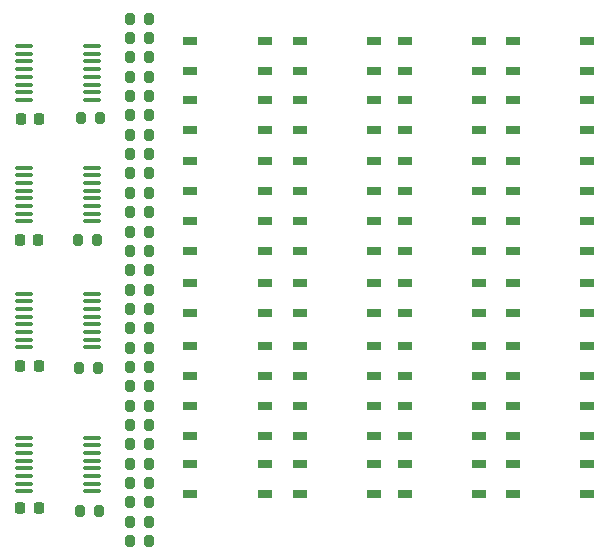
<source format=gtp>
G04 #@! TF.GenerationSoftware,KiCad,Pcbnew,(6.0.8)*
G04 #@! TF.CreationDate,2022-11-26T10:26:46-06:00*
G04 #@! TF.ProjectId,photo_switching,70686f74-6f5f-4737-9769-746368696e67,rev?*
G04 #@! TF.SameCoordinates,Original*
G04 #@! TF.FileFunction,Paste,Top*
G04 #@! TF.FilePolarity,Positive*
%FSLAX46Y46*%
G04 Gerber Fmt 4.6, Leading zero omitted, Abs format (unit mm)*
G04 Created by KiCad (PCBNEW (6.0.8)) date 2022-11-26 10:26:46*
%MOMM*%
%LPD*%
G01*
G04 APERTURE LIST*
G04 Aperture macros list*
%AMRoundRect*
0 Rectangle with rounded corners*
0 $1 Rounding radius*
0 $2 $3 $4 $5 $6 $7 $8 $9 X,Y pos of 4 corners*
0 Add a 4 corners polygon primitive as box body*
4,1,4,$2,$3,$4,$5,$6,$7,$8,$9,$2,$3,0*
0 Add four circle primitives for the rounded corners*
1,1,$1+$1,$2,$3*
1,1,$1+$1,$4,$5*
1,1,$1+$1,$6,$7*
1,1,$1+$1,$8,$9*
0 Add four rect primitives between the rounded corners*
20,1,$1+$1,$2,$3,$4,$5,0*
20,1,$1+$1,$4,$5,$6,$7,0*
20,1,$1+$1,$6,$7,$8,$9,0*
20,1,$1+$1,$8,$9,$2,$3,0*%
G04 Aperture macros list end*
%ADD10RoundRect,0.200000X-0.200000X-0.275000X0.200000X-0.275000X0.200000X0.275000X-0.200000X0.275000X0*%
%ADD11RoundRect,0.225000X-0.225000X-0.250000X0.225000X-0.250000X0.225000X0.250000X-0.225000X0.250000X0*%
%ADD12R,1.200000X0.800000*%
%ADD13RoundRect,0.100000X0.637500X0.100000X-0.637500X0.100000X-0.637500X-0.100000X0.637500X-0.100000X0*%
G04 APERTURE END LIST*
D10*
X104878000Y-86913888D03*
X103228000Y-86913888D03*
X104878000Y-88551880D03*
X103228000Y-88551880D03*
X104878000Y-98379832D03*
X103228000Y-98379832D03*
X104878000Y-100017824D03*
X103228000Y-100017824D03*
X104878000Y-90189872D03*
X103228000Y-90189872D03*
X104878000Y-91827864D03*
X103228000Y-91827864D03*
X104878000Y-101655816D03*
X103228000Y-101655816D03*
X104878000Y-103293808D03*
X103228000Y-103293808D03*
X104878000Y-93465856D03*
X103228000Y-93465856D03*
X104878000Y-95103848D03*
X103228000Y-95103848D03*
X104878000Y-104931800D03*
X103228000Y-104931800D03*
X104878000Y-106569792D03*
X103228000Y-106569792D03*
X104878000Y-96741840D03*
X103228000Y-96741840D03*
X104878000Y-108207790D03*
X103228000Y-108207790D03*
X100553000Y-93532000D03*
X98903000Y-93532000D03*
X99003000Y-105682000D03*
X100653000Y-105682000D03*
X104878000Y-75447944D03*
X103228000Y-75447944D03*
X104878000Y-77085936D03*
X103228000Y-77085936D03*
X104878000Y-78723928D03*
X103228000Y-78723928D03*
X104878000Y-80361920D03*
X103228000Y-80361920D03*
X104878000Y-81999912D03*
X103228000Y-81999912D03*
X104878000Y-83637904D03*
X103228000Y-83637904D03*
X104878000Y-85275896D03*
X103228000Y-85275896D03*
X100483000Y-82732000D03*
X98833000Y-82732000D03*
X104878000Y-63982000D03*
X103228000Y-63982000D03*
X103228000Y-65619992D03*
X104878000Y-65619992D03*
X104878000Y-67257984D03*
X103228000Y-67257984D03*
X103228000Y-68895976D03*
X104878000Y-68895976D03*
X103228000Y-70533968D03*
X104878000Y-70533968D03*
X103228000Y-72171960D03*
X104878000Y-72171960D03*
X103228000Y-73809952D03*
X104878000Y-73809952D03*
X99078000Y-72432000D03*
X100728000Y-72432000D03*
D11*
X95528000Y-105382000D03*
X93978000Y-105382000D03*
X95528000Y-93382000D03*
X93978000Y-93382000D03*
X95478000Y-82682000D03*
X93928000Y-82682000D03*
X95578000Y-72482000D03*
X94028000Y-72482000D03*
D12*
X123927000Y-99314000D03*
X123927000Y-96774000D03*
X117627000Y-96774000D03*
X117627000Y-99314000D03*
X108356000Y-86360000D03*
X108356000Y-88900000D03*
X114656000Y-88900000D03*
X114656000Y-86360000D03*
X126517000Y-70866000D03*
X126517000Y-73406000D03*
X132817000Y-73406000D03*
X132817000Y-70866000D03*
X141961000Y-88900000D03*
X141961000Y-86360000D03*
X135661000Y-86360000D03*
X135661000Y-88900000D03*
X123927000Y-104267000D03*
X123927000Y-101727000D03*
X117627000Y-101727000D03*
X117627000Y-104267000D03*
D13*
X94292500Y-104002000D03*
X94292500Y-103352000D03*
X94292500Y-102702000D03*
X94292500Y-102052000D03*
X94292500Y-101402000D03*
X94292500Y-100752000D03*
X94292500Y-100102000D03*
X94292500Y-99452000D03*
X100017500Y-99452000D03*
X100017500Y-100102000D03*
X100017500Y-100752000D03*
X100017500Y-101402000D03*
X100017500Y-102052000D03*
X100017500Y-102702000D03*
X100017500Y-103352000D03*
X100017500Y-104002000D03*
D12*
X141961000Y-68453000D03*
X141961000Y-65913000D03*
X135661000Y-65913000D03*
X135661000Y-68453000D03*
X123927000Y-88900000D03*
X123927000Y-86360000D03*
X117627000Y-86360000D03*
X117627000Y-88900000D03*
X123927000Y-94234000D03*
X123927000Y-91694000D03*
X117627000Y-91694000D03*
X117627000Y-94234000D03*
X123927000Y-73406000D03*
X123927000Y-70866000D03*
X117627000Y-70866000D03*
X117627000Y-73406000D03*
X123927000Y-68453000D03*
X123927000Y-65913000D03*
X117627000Y-65913000D03*
X117627000Y-68453000D03*
X141961000Y-73406000D03*
X141961000Y-70866000D03*
X135661000Y-70866000D03*
X135661000Y-73406000D03*
X126517000Y-76073000D03*
X126517000Y-78613000D03*
X132817000Y-78613000D03*
X132817000Y-76073000D03*
X126517000Y-101727000D03*
X126517000Y-104267000D03*
X132817000Y-104267000D03*
X132817000Y-101727000D03*
X108356000Y-91694000D03*
X108356000Y-94234000D03*
X114656000Y-94234000D03*
X114656000Y-91694000D03*
X141961000Y-94234000D03*
X141961000Y-91694000D03*
X135661000Y-91694000D03*
X135661000Y-94234000D03*
X141961000Y-78613000D03*
X141961000Y-76073000D03*
X135661000Y-76073000D03*
X135661000Y-78613000D03*
X141961000Y-99314000D03*
X141961000Y-96774000D03*
X135661000Y-96774000D03*
X135661000Y-99314000D03*
X123927000Y-83693000D03*
X123927000Y-81153000D03*
X117627000Y-81153000D03*
X117627000Y-83693000D03*
X141961000Y-83693000D03*
X141961000Y-81153000D03*
X135661000Y-81153000D03*
X135661000Y-83693000D03*
D13*
X94292500Y-91810000D03*
X94292500Y-91160000D03*
X94292500Y-90510000D03*
X94292500Y-89860000D03*
X94292500Y-89210000D03*
X94292500Y-88560000D03*
X94292500Y-87910000D03*
X94292500Y-87260000D03*
X100017500Y-87260000D03*
X100017500Y-87910000D03*
X100017500Y-88560000D03*
X100017500Y-89210000D03*
X100017500Y-89860000D03*
X100017500Y-90510000D03*
X100017500Y-91160000D03*
X100017500Y-91810000D03*
D12*
X126517000Y-65913000D03*
X126517000Y-68453000D03*
X132817000Y-68453000D03*
X132817000Y-65913000D03*
X117627000Y-78613000D03*
X117627000Y-76073000D03*
X123927000Y-76073000D03*
X123927000Y-78613000D03*
X108356000Y-81153000D03*
X108356000Y-83693000D03*
X114656000Y-83693000D03*
X114656000Y-81153000D03*
X126517000Y-96774000D03*
X126517000Y-99314000D03*
X132817000Y-99314000D03*
X132817000Y-96774000D03*
X126517000Y-86360000D03*
X126517000Y-88900000D03*
X132817000Y-88900000D03*
X132817000Y-86360000D03*
X141961000Y-104267000D03*
X141961000Y-101727000D03*
X135661000Y-101727000D03*
X135661000Y-104267000D03*
X108356000Y-65913000D03*
X108356000Y-68453000D03*
X114656000Y-68453000D03*
X114656000Y-65913000D03*
X126517000Y-91694000D03*
X126517000Y-94234000D03*
X132817000Y-94234000D03*
X132817000Y-91694000D03*
X108356000Y-76073000D03*
X108356000Y-78613000D03*
X114656000Y-78613000D03*
X114656000Y-76073000D03*
X108356000Y-101727000D03*
X108356000Y-104267000D03*
X114656000Y-104267000D03*
X114656000Y-101727000D03*
D13*
X100017500Y-81142000D03*
X100017500Y-80492000D03*
X100017500Y-79842000D03*
X100017500Y-79192000D03*
X100017500Y-78542000D03*
X100017500Y-77892000D03*
X100017500Y-77242000D03*
X100017500Y-76592000D03*
X94292500Y-76592000D03*
X94292500Y-77242000D03*
X94292500Y-77892000D03*
X94292500Y-78542000D03*
X94292500Y-79192000D03*
X94292500Y-79842000D03*
X94292500Y-80492000D03*
X94292500Y-81142000D03*
D12*
X108356000Y-96774000D03*
X108356000Y-99314000D03*
X114656000Y-99314000D03*
X114656000Y-96774000D03*
X126517000Y-81153000D03*
X126517000Y-83693000D03*
X132817000Y-83693000D03*
X132817000Y-81153000D03*
D13*
X94292500Y-70855000D03*
X94292500Y-70205000D03*
X94292500Y-69555000D03*
X94292500Y-68905000D03*
X94292500Y-68255000D03*
X94292500Y-67605000D03*
X94292500Y-66955000D03*
X94292500Y-66305000D03*
X100017500Y-66305000D03*
X100017500Y-66955000D03*
X100017500Y-67605000D03*
X100017500Y-68255000D03*
X100017500Y-68905000D03*
X100017500Y-69555000D03*
X100017500Y-70205000D03*
X100017500Y-70855000D03*
D12*
X108356000Y-70866000D03*
X108356000Y-73406000D03*
X114656000Y-73406000D03*
X114656000Y-70866000D03*
M02*

</source>
